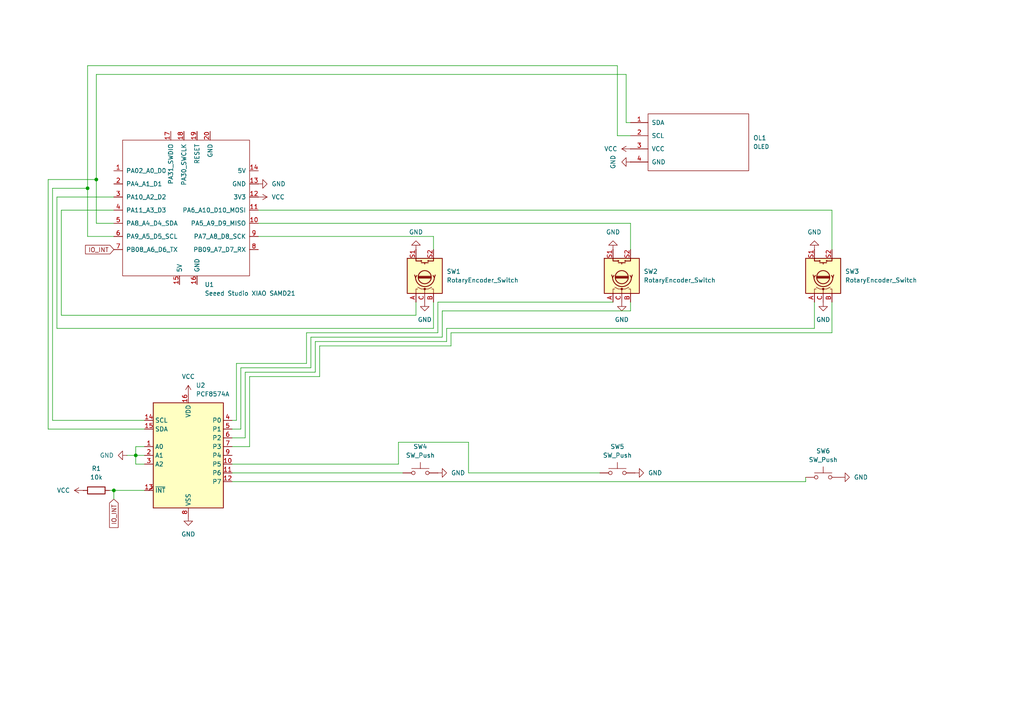
<source format=kicad_sch>
(kicad_sch (version 20231120) (generator "eeschema") (generator_version "8.0")
  (paper "A4")
  (lib_symbols
    (symbol "Device:R" (pin_numbers hide) (pin_names (offset 0))
      (property "Reference" "R" (at 2.032 0 90))
      (property "Value" "R" (at 0 0 90))
      (symbol "R_0_1"
        (rectangle (start -1.016 -2.54) (end 1.016 2.54) (stroke (width 0.254)))
      )
      (symbol "R_1_1"
        (pin passive line (at 0 3.81 270) (length 1.27) (name "~") (number "1"))
        (pin passive line (at 0 -3.81 90) (length 1.27) (name "~") (number "2"))
      )
    )
    (symbol "Device:RotaryEncoder_Switch" (pin_names (offset 0.254) hide)
      (property "Reference" "SW" (at 0 6.604 0))
      (property "Value" "RotaryEncoder_Switch" (at 0 -6.604 0))
      (symbol "RotaryEncoder_Switch_0_1"
        (rectangle (start -5.08 5.08) (end 5.08 -5.08) (stroke (width 0.254)) (fill (type background)))
        (circle (center -3.81 0) (radius 0.254) (fill (type outline)))
        (circle (center -0.381 0) (radius 1.905) (stroke (width 0.254)))
        (arc (start -0.381 2.667) (mid -3.0988 -0.0635) (end -0.381 -2.794) (stroke (width 0.254)))
        (polyline (pts (xy -0.635 -1.778) (xy -0.635 1.778)) (stroke (width 0.254)))
        (polyline (pts (xy -0.381 -1.778) (xy -0.381 1.778)) (stroke (width 0.254)))
        (polyline (pts (xy -0.127 1.778) (xy -0.127 -1.778)) (stroke (width 0.254)))
        (polyline (pts (xy 3.81 0) (xy 3.429 0)) (stroke (width 0.254)))
        (polyline (pts (xy 3.81 1.016) (xy 3.81 -1.016)) (stroke (width 0.254)))
        (polyline (pts (xy -5.08 -2.54) (xy -3.81 -2.54) (xy -3.81 -2.032)))
        (polyline (pts (xy -5.08 2.54) (xy -3.81 2.54) (xy -3.81 2.032)))
        (polyline (pts (xy 0.254 -3.048) (xy -0.508 -2.794) (xy 0.127 -2.413)) (stroke (width 0.254)))
        (polyline (pts (xy 0.254 2.921) (xy -0.508 2.667) (xy 0.127 2.286)) (stroke (width 0.254)))
        (polyline (pts (xy 5.08 -2.54) (xy 4.318 -2.54) (xy 4.318 -1.016)) (stroke (width 0.254)))
        (polyline (pts (xy 5.08 2.54) (xy 4.318 2.54) (xy 4.318 1.016)) (stroke (width 0.254)))
        (polyline (pts (xy -5.08 0) (xy -3.81 0) (xy -3.81 -1.016) (xy -3.302 -2.032)))
        (polyline (pts (xy -4.318 0) (xy -3.81 0) (xy -3.81 1.016) (xy -3.302 2.032)))
        (circle (center 4.318 -1.016) (radius 0.127) (stroke (width 0.254)))
        (circle (center 4.318 1.016) (radius 0.127) (stroke (width 0.254)))
      )
      (symbol "RotaryEncoder_Switch_1_1"
        (pin passive line (at -7.62 2.54 0) (length 2.54) (name "A") (number "A"))
        (pin passive line (at -7.62 -2.54 0) (length 2.54) (name "B") (number "B"))
        (pin passive line (at -7.62 0 0) (length 2.54) (name "C") (number "C"))
        (pin passive line (at 7.62 2.54 180) (length 2.54) (name "S1") (number "S1"))
        (pin passive line (at 7.62 -2.54 180) (length 2.54) (name "S2") (number "S2"))
      )
    )
    (symbol "Interface_Expansion:PCF8574A"
      (property "Reference" "U" (at -8.89 16.51 0))
      (property "Value" "PCF8574A" (at 2.54 16.51 0))
      (symbol "PCF8574A_0_1"
        (rectangle (start -10.16 15.24) (end 10.16 -15.24) (stroke (width 0.254)) (fill (type background)))
      )
      (symbol "PCF8574A_1_1"
        (pin input line (at -12.7 2.54 0) (length 2.54) (name "A0") (number "1"))
        (pin bidirectional line (at 12.7 -2.54 180) (length 2.54) (name "P5") (number "10"))
        (pin bidirectional line (at 12.7 -5.08 180) (length 2.54) (name "P6") (number "11"))
        (pin bidirectional line (at 12.7 -7.62 180) (length 2.54) (name "P7") (number "12"))
        (pin open_collector output_low (at -12.7 -10.16 0) (length 2.54) (name "~{INT}") (number "13"))
        (pin input line (at -12.7 10.16 0) (length 2.54) (name "SCL") (number "14"))
        (pin bidirectional line (at -12.7 7.62 0) (length 2.54) (name "SDA") (number "15"))
        (pin power_in line (at 0 17.78 270) (length 2.54) (name "VDD") (number "16"))
        (pin input line (at -12.7 0 0) (length 2.54) (name "A1") (number "2"))
        (pin input line (at -12.7 -2.54 0) (length 2.54) (name "A2") (number "3"))
        (pin bidirectional line (at 12.7 10.16 180) (length 2.54) (name "P0") (number "4"))
        (pin bidirectional line (at 12.7 7.62 180) (length 2.54) (name "P1") (number "5"))
        (pin bidirectional line (at 12.7 5.08 180) (length 2.54) (name "P2") (number "6"))
        (pin bidirectional line (at 12.7 2.54 180) (length 2.54) (name "P3") (number "7"))
        (pin power_in line (at 0 -17.78 90) (length 2.54) (name "VSS") (number "8"))
        (pin bidirectional line (at 12.7 0 180) (length 2.54) (name "P4") (number "9"))
      )
    )
    (symbol "Seeed_Studio_XIAO_Series:Seeed Studio XIAO SAMD21" (pin_names (offset 1.016))
      (property "Reference" "U" (at -19.05 22.86 0))
      (property "Value" "Seeed Studio XIAO SAMD21" (at -12.7 21.59 0))
      (symbol "Seeed Studio XIAO SAMD21_0_1"
        (rectangle (start -19.05 20.32) (end 17.78 -19.05))
      )
      (symbol "Seeed Studio XIAO SAMD21_1_1"
        (pin unspecified line (at -21.59 11.43 0) (length 2.54) (name "PA02_A0_D0") (number "1"))
        (pin unspecified line (at 20.32 -3.81 180) (length 2.54) (name "PA5_A9_D9_MISO") (number "10"))
        (pin unspecified line (at 20.32 0 180) (length 2.54) (name "PA6_A10_D10_MOSI") (number "11"))
        (pin unspecified line (at 20.32 3.81 180) (length 2.54) (name "3V3") (number "12"))
        (pin unspecified line (at 20.32 7.62 180) (length 2.54) (name "GND") (number "13"))
        (pin unspecified line (at 20.32 11.43 180) (length 2.54) (name "5V") (number "14"))
        (pin input line (at -2.54 -21.59 90) (length 2.54) (name "5V") (number "15"))
        (pin input line (at 2.54 -21.59 90) (length 2.54) (name "GND") (number "16"))
        (pin input line (at -5.08 22.86 270) (length 2.54) (name "PA31_SWDIO") (number "17"))
        (pin input line (at -1.27 22.86 270) (length 2.54) (name "PA30_SWCLK") (number "18"))
        (pin input line (at 2.54 22.86 270) (length 2.54) (name "RESET") (number "19"))
        (pin unspecified line (at -21.59 7.62 0) (length 2.54) (name "PA4_A1_D1") (number "2"))
        (pin input line (at 6.35 22.86 270) (length 2.54) (name "GND") (number "20"))
        (pin unspecified line (at -21.59 3.81 0) (length 2.54) (name "PA10_A2_D2") (number "3"))
        (pin unspecified line (at -21.59 0 0) (length 2.54) (name "PA11_A3_D3") (number "4"))
        (pin unspecified line (at -21.59 -3.81 0) (length 2.54) (name "PA8_A4_D4_SDA") (number "5"))
        (pin unspecified line (at -21.59 -7.62 0) (length 2.54) (name "PA9_A5_D5_SCL") (number "6"))
        (pin unspecified line (at -21.59 -11.43 0) (length 2.54) (name "PB08_A6_D6_TX") (number "7"))
        (pin unspecified line (at 20.32 -11.43 180) (length 2.54) (name "PB09_A7_D7_RX") (number "8"))
        (pin unspecified line (at 20.32 -7.62 180) (length 2.54) (name "PA7_A8_D8_SCK") (number "9"))
      )
    )
    (symbol "Switch:SW_Push" (pin_numbers hide) (pin_names (offset 1.016) hide)
      (property "Reference" "SW" (at 1.27 2.54 0))
      (property "Value" "SW_Push" (at 0 -1.524 0))
      (symbol "SW_Push_0_1"
        (circle (center -2.032 0) (radius 0.508))
        (polyline (pts (xy 0 1.27) (xy 0 3.048)))
        (polyline (pts (xy 2.54 1.27) (xy -2.54 1.27)))
        (circle (center 2.032 0) (radius 0.508))
        (pin passive line (at -5.08 0 0) (length 2.54) (name "1") (number "1"))
        (pin passive line (at 5.08 0 180) (length 2.54) (name "2") (number "2"))
      )
    )
    (symbol "kbd:OLED" (pin_names (offset 1.016))
      (property "Reference" "OL" (at 0 2.54 0))
      (property "Value" "OLED" (at 0 -1.27 0))
      (symbol "OLED_0_1"
        (rectangle (start -13.97 8.89) (end 15.24 -7.62))
      )
      (symbol "OLED_1_1"
        (pin bidirectional line (at -19.05 6.35 0) (length 5.08) (name "SDA") (number "1"))
        (pin bidirectional line (at -19.05 2.54 0) (length 5.08) (name "SCL") (number "2"))
        (pin power_in line (at -19.05 -1.27 0) (length 5.08) (name "VCC") (number "3"))
        (pin power_in line (at -19.05 -5.08 0) (length 5.08) (name "GND") (number "4"))
      )
    )
    (symbol "power:GND" (power) (pin_numbers hide) (pin_names (offset 0) hide)
      (property "Value" "GND" (at 0 -3.81 0))
      (symbol "GND_0_1"
        (polyline (pts (xy 0 0) (xy 0 -1.27) (xy 1.27 -1.27) (xy 0 -2.54) (xy -1.27 -1.27) (xy 0 -1.27)))
      )
      (symbol "GND_1_1"
        (pin power_in line (at 0 0 270) (length 0) (name "~") (number "1"))
      )
    )
    (symbol "power:VCC" (power) (pin_numbers hide) (pin_names (offset 0) hide)
      (property "Value" "VCC" (at 0 3.556 0))
      (symbol "VCC_0_1"
        (polyline (pts (xy -0.762 1.27) (xy 0 2.54)))
        (polyline (pts (xy 0 0) (xy 0 2.54)))
        (polyline (pts (xy 0 2.54) (xy 0.762 1.27)))
      )
      (symbol "VCC_1_1"
        (pin power_in line (at 0 0 90) (length 0) (name "~") (number "1"))
      )
    )
  )
  (junction (at 33.02 142.24))
  (junction (at 39.37 132.08))
  (junction (at 25.4 54.61))
  (junction (at 27.94 52.07))
  (wire (pts (xy 241.3 96.52) (xy 241.3 87.63)))
  (wire (pts (xy 115.57 128.27) (xy 115.57 134.62)))
  (wire (pts (xy 130.81 96.52) (xy 241.3 96.52)))
  (wire (pts (xy 241.3 60.96) (xy 241.3 72.39)))
  (wire (pts (xy 16.51 95.25) (xy 16.51 57.15)))
  (wire (pts (xy 68.58 121.92) (xy 67.31 121.92)))
  (wire (pts (xy 39.37 132.08) (xy 41.91 132.08)))
  (wire (pts (xy 33.02 142.24) (xy 33.02 144.78)))
  (wire (pts (xy 69.85 124.46) (xy 69.85 106.68)))
  (wire (pts (xy 71.12 107.95) (xy 91.44 107.95)))
  (wire (pts (xy 236.22 95.25) (xy 236.22 87.63)))
  (wire (pts (xy 181.61 35.56) (xy 182.88 35.56)))
  (wire (pts (xy 115.57 134.62) (xy 67.31 134.62)))
  (wire (pts (xy 71.12 127) (xy 71.12 107.95)))
  (wire (pts (xy 179.07 19.05) (xy 25.4 19.05)))
  (wire (pts (xy 233.68 138.43) (xy 233.68 139.7)))
  (wire (pts (xy 67.31 129.54) (xy 72.39 129.54)))
  (wire (pts (xy 72.39 109.22) (xy 92.71 109.22)))
  (wire (pts (xy 13.97 52.07) (xy 27.94 52.07)))
  (wire (pts (xy 67.31 127) (xy 71.12 127)))
  (wire (pts (xy 16.51 57.15) (xy 33.02 57.15)))
  (wire (pts (xy 41.91 134.62) (xy 39.37 134.62)))
  (wire (pts (xy 92.71 100.33) (xy 130.81 100.33)))
  (wire (pts (xy 17.78 60.96) (xy 33.02 60.96)))
  (wire (pts (xy 74.93 64.77) (xy 182.88 64.77)))
  (wire (pts (xy 182.88 64.77) (xy 182.88 72.39)))
  (wire (pts (xy 128.27 90.17) (xy 182.88 90.17)))
  (wire (pts (xy 125.73 95.25) (xy 16.51 95.25)))
  (wire (pts (xy 173.99 137.16) (xy 135.89 137.16)))
  (wire (pts (xy 33.02 142.24) (xy 41.91 142.24)))
  (wire (pts (xy 179.07 39.37) (xy 182.88 39.37)))
  (wire (pts (xy 125.73 68.58) (xy 125.73 72.39)))
  (wire (pts (xy 27.94 64.77) (xy 27.94 52.07)))
  (wire (pts (xy 25.4 54.61) (xy 25.4 68.58)))
  (wire (pts (xy 13.97 124.46) (xy 13.97 52.07)))
  (wire (pts (xy 130.81 100.33) (xy 130.81 96.52)))
  (wire (pts (xy 67.31 137.16) (xy 116.84 137.16)))
  (wire (pts (xy 127 96.52) (xy 88.9 96.52)))
  (wire (pts (xy 129.54 95.25) (xy 236.22 95.25)))
  (wire (pts (xy 15.24 54.61) (xy 25.4 54.61)))
  (wire (pts (xy 74.93 60.96) (xy 241.3 60.96)))
  (wire (pts (xy 91.44 99.06) (xy 129.54 99.06)))
  (wire (pts (xy 27.94 52.07) (xy 27.94 21.59)))
  (wire (pts (xy 31.75 142.24) (xy 33.02 142.24)))
  (wire (pts (xy 135.89 128.27) (xy 115.57 128.27)))
  (wire (pts (xy 74.93 68.58) (xy 125.73 68.58)))
  (wire (pts (xy 233.68 139.7) (xy 67.31 139.7)))
  (wire (pts (xy 181.61 21.59) (xy 181.61 35.56)))
  (wire (pts (xy 39.37 132.08) (xy 39.37 134.62)))
  (wire (pts (xy 15.24 121.92) (xy 15.24 54.61)))
  (wire (pts (xy 25.4 19.05) (xy 25.4 54.61)))
  (wire (pts (xy 88.9 96.52) (xy 88.9 105.41)))
  (wire (pts (xy 41.91 121.92) (xy 15.24 121.92)))
  (wire (pts (xy 120.65 87.63) (xy 120.65 91.44)))
  (wire (pts (xy 129.54 99.06) (xy 129.54 95.25)))
  (wire (pts (xy 36.83 132.08) (xy 39.37 132.08)))
  (wire (pts (xy 125.73 87.63) (xy 125.73 95.25)))
  (wire (pts (xy 90.17 97.79) (xy 128.27 97.79)))
  (wire (pts (xy 41.91 124.46) (xy 13.97 124.46)))
  (wire (pts (xy 17.78 91.44) (xy 17.78 60.96)))
  (wire (pts (xy 72.39 129.54) (xy 72.39 109.22)))
  (wire (pts (xy 179.07 19.05) (xy 179.07 39.37)))
  (wire (pts (xy 25.4 68.58) (xy 33.02 68.58)))
  (wire (pts (xy 41.91 129.54) (xy 39.37 129.54)))
  (wire (pts (xy 128.27 97.79) (xy 128.27 90.17)))
  (wire (pts (xy 92.71 109.22) (xy 92.71 100.33)))
  (wire (pts (xy 88.9 105.41) (xy 68.58 105.41)))
  (wire (pts (xy 182.88 90.17) (xy 182.88 87.63)))
  (wire (pts (xy 39.37 129.54) (xy 39.37 132.08)))
  (wire (pts (xy 91.44 107.95) (xy 91.44 99.06)))
  (wire (pts (xy 127 87.63) (xy 127 96.52)))
  (wire (pts (xy 177.8 87.63) (xy 127 87.63)))
  (wire (pts (xy 27.94 21.59) (xy 181.61 21.59)))
  (wire (pts (xy 90.17 106.68) (xy 90.17 97.79)))
  (wire (pts (xy 68.58 105.41) (xy 68.58 121.92)))
  (wire (pts (xy 69.85 106.68) (xy 90.17 106.68)))
  (wire (pts (xy 120.65 91.44) (xy 17.78 91.44)))
  (wire (pts (xy 33.02 64.77) (xy 27.94 64.77)))
  (wire (pts (xy 135.89 137.16) (xy 135.89 128.27)))
  (wire (pts (xy 67.31 124.46) (xy 69.85 124.46)))
  (global_label "IO_INT" (shape input) (at 33.02 72.39 180) (property "Intersheetrefs" "${INTERSHEET_REFS}" (effects (hide yes))))
  (global_label "IO_INT" (shape input) (at 33.02 144.78 270) (property "Intersheetrefs" "${INTERSHEET_REFS}" (effects (hide yes))))
  (symbol (lib_id "Device:RotaryEncoder_Switch") (at 123.19 80.01 90) (unit 1)
    (property "Reference" "SW1" (at 129.54 78.7399 90) (effects (justify right)))
    (property "Value" "RotaryEncoder_Switch" (at 129.54 81.2799 90) (effects (justify right)))
    (property "Footprint" "Rotary_Encoder:RotaryEncoder_Alps_EC11E-Switch_Vertical_H20mm" (effects (hide yes)))
    (property "Description" "Rotary encoder, dual channel, incremental quadrate outputs, with switch" (effects (hide yes)))
  )
  (symbol (lib_id "power:VCC") (at 182.88 43.18 90) (unit 1)
    (property "Reference" "#PWR09" (effects (hide yes)))
    (property "Value" "VCC" (at 179.07 43.1799 90) (effects (justify left)))
    (property "Description" "Power symbol creates a global label with name \"VCC\"" (effects (hide yes)))
  )
  (symbol (lib_id "power:GND") (at 184.15 137.16 90) (unit 1)
    (property "Reference" "#PWR03" (effects (hide yes)))
    (property "Value" "GND" (at 187.96 137.1599 90) (effects (justify right)))
    (property "Description" "Power symbol creates a global label with name \"GND\" , ground" (effects (hide yes)))
  )
  (symbol (lib_id "power:GND") (at 74.93 53.34 90) (unit 1)
    (property "Reference" "#PWR014" (effects (hide yes)))
    (property "Value" "GND" (at 78.74 53.3399 90) (effects (justify right)))
    (property "Description" "Power symbol creates a global label with name \"GND\" , ground" (effects (hide yes)))
  )
  (symbol (lib_id "power:GND") (at 123.19 87.63 0) (unit 1)
    (property "Reference" "#PWR07" (effects (hide yes)))
    (property "Value" "GND" (at 123.19 92.71 0))
    (property "Description" "Power symbol creates a global label with name \"GND\" , ground" (effects (hide yes)))
  )
  (symbol (lib_id "Switch:SW_Push") (at 179.07 137.16 0) (unit 1)
    (property "Reference" "SW5" (at 179.07 129.54 0))
    (property "Value" "SW_Push" (at 179.07 132.08 0))
    (property "Footprint" "Button_Switch_Keyboard:SW_Cherry_MX_1.00u_PCB" (effects (hide yes)))
    (property "Description" "Push button switch, generic, two pins" (effects (hide yes)))
  )
  (symbol (lib_id "Device:R") (at 27.94 142.24 90) (unit 1)
    (property "Reference" "R1" (at 27.94 135.89 90))
    (property "Value" "10k" (at 27.94 138.43 90))
    (property "Footprint" "Resistor_THT:R_Axial_DIN0207_L6.3mm_D2.5mm_P10.16mm_Horizontal" (effects (hide yes)))
    (property "Description" "Resistor" (effects (hide yes)))
  )
  (symbol (lib_id "power:GND") (at 180.34 87.63 0) (unit 1)
    (property "Reference" "#PWR06" (effects (hide yes)))
    (property "Value" "GND" (at 180.34 92.71 0))
    (property "Description" "Power symbol creates a global label with name \"GND\" , ground" (effects (hide yes)))
  )
  (symbol (lib_id "power:VCC") (at 24.13 142.24 90) (unit 1)
    (property "Reference" "#PWR018" (effects (hide yes)))
    (property "Value" "VCC" (at 20.32 142.2399 90) (effects (justify left)))
    (property "Description" "Power symbol creates a global label with name \"VCC\"" (effects (hide yes)))
  )
  (symbol (lib_id "Device:RotaryEncoder_Switch") (at 238.76 80.01 90) (unit 1)
    (property "Reference" "SW3" (at 245.11 78.7399 90) (effects (justify right)))
    (property "Value" "RotaryEncoder_Switch" (at 245.11 81.2799 90) (effects (justify right)))
    (property "Footprint" "Rotary_Encoder:RotaryEncoder_Alps_EC11E-Switch_Vertical_H20mm" (effects (hide yes)))
    (property "Description" "Rotary encoder, dual channel, incremental quadrate outputs, with switch" (effects (hide yes)))
  )
  (symbol (lib_id "power:GND") (at 236.22 72.39 180) (unit 1)
    (property "Reference" "#PWR013" (effects (hide yes)))
    (property "Value" "GND" (at 236.22 67.31 0))
    (property "Description" "Power symbol creates a global label with name \"GND\" , ground" (effects (hide yes)))
  )
  (symbol (lib_id "power:GND") (at 177.8 72.39 180) (unit 1)
    (property "Reference" "#PWR012" (effects (hide yes)))
    (property "Value" "GND" (at 177.8 67.31 0))
    (property "Description" "Power symbol creates a global label with name \"GND\" , ground" (effects (hide yes)))
  )
  (symbol (lib_id "power:VCC") (at 54.61 114.3 0) (unit 1)
    (property "Reference" "#PWR015" (effects (hide yes)))
    (property "Value" "VCC" (at 54.61 109.22 0))
    (property "Description" "Power symbol creates a global label with name \"VCC\"" (effects (hide yes)))
  )
  (symbol (lib_id "power:GND") (at 243.84 138.43 90) (unit 1)
    (property "Reference" "#PWR04" (effects (hide yes)))
    (property "Value" "GND" (at 247.65 138.4299 90) (effects (justify right)))
    (property "Description" "Power symbol creates a global label with name \"GND\" , ground" (effects (hide yes)))
  )
  (symbol (lib_id "Seeed_Studio_XIAO_Series:Seeed Studio XIAO SAMD21") (at 54.61 60.96 0) (unit 1)
    (property "Reference" "U1" (at 59.3441 82.55 0) (effects (justify left)))
    (property "Value" "Seeed Studio XIAO SAMD21" (at 59.3441 85.09 0) (effects (justify left)))
    (property "Footprint" "Seeed Studio XIAO Series Library:XIAO-Generic-Thruhole-14P-2.54-21X17.8MM" (effects (hide yes)))
  )
  (symbol (lib_id "kbd:OLED") (at 201.93 41.91 0) (unit 1)
    (property "Reference" "OL1" (at 218.44 40.005 0) (effects (font (size 1.2954 1.2954)) (justify left)))
    (property "Value" "OLED" (at 218.44 42.545 0) (effects (font (size 1.1938 1.1938)) (justify left)))
    (property "Footprint" "KiCad-SSD1306-0.91-OLED-4pin-128x32.pretty-master:SSD1306-0.91-OLED-4pin-128x32" (effects (hide yes)))
  )
  (symbol (lib_id "power:GND") (at 238.76 87.63 0) (unit 1)
    (property "Reference" "#PWR05" (effects (hide yes)))
    (property "Value" "GND" (at 238.76 92.71 0))
    (property "Description" "Power symbol creates a global label with name \"GND\" , ground" (effects (hide yes)))
  )
  (symbol (lib_id "power:GND") (at 120.65 72.39 180) (unit 1)
    (property "Reference" "#PWR011" (effects (hide yes)))
    (property "Value" "GND" (at 120.65 67.31 0))
    (property "Description" "Power symbol creates a global label with name \"GND\" , ground" (effects (hide yes)))
  )
  (symbol (lib_id "power:GND") (at 127 137.16 90) (unit 1)
    (property "Reference" "#PWR02" (effects (hide yes)))
    (property "Value" "GND" (at 130.81 137.1599 90) (effects (justify right)))
    (property "Description" "Power symbol creates a global label with name \"GND\" , ground" (effects (hide yes)))
  )
  (symbol (lib_id "Device:RotaryEncoder_Switch") (at 180.34 80.01 90) (unit 1)
    (property "Reference" "SW2" (at 186.69 78.7399 90) (effects (justify right)))
    (property "Value" "RotaryEncoder_Switch" (at 186.69 81.2799 90) (effects (justify right)))
    (property "Footprint" "Rotary_Encoder:RotaryEncoder_Alps_EC11E-Switch_Vertical_H20mm" (effects (hide yes)))
    (property "Description" "Rotary encoder, dual channel, incremental quadrate outputs, with switch" (effects (hide yes)))
  )
  (symbol (lib_id "Interface_Expansion:PCF8574A") (at 54.61 132.08 0) (unit 1)
    (property "Reference" "U2" (at 56.8041 111.76 0) (effects (justify left)))
    (property "Value" "PCF8574A" (at 56.8041 114.3 0) (effects (justify left)))
    (property "Footprint" "Package_DIP:DIP-16_W7.62mm" (effects (hide yes)))
    (property "Datasheet" "http://www.nxp.com/docs/en/data-sheet/PCF8574_PCF8574A.pdf" (effects (hide yes)))
    (property "Description" "8 Bit Port/Expander to I2C Bus, DIP/SOIC-16" (effects (hide yes)))
  )
  (symbol (lib_id "power:GND") (at 54.61 149.86 0) (unit 1)
    (property "Reference" "#PWR016" (effects (hide yes)))
    (property "Value" "GND" (at 54.61 154.94 0))
    (property "Description" "Power symbol creates a global label with name \"GND\" , ground" (effects (hide yes)))
  )
  (symbol (lib_id "Switch:SW_Push") (at 121.92 137.16 0) (unit 1)
    (property "Reference" "SW4" (at 121.92 129.54 0))
    (property "Value" "SW_Push" (at 121.92 132.08 0))
    (property "Footprint" "Button_Switch_Keyboard:SW_Cherry_MX_1.00u_PCB" (effects (hide yes)))
    (property "Description" "Push button switch, generic, two pins" (effects (hide yes)))
  )
  (symbol (lib_id "power:GND") (at 36.83 132.08 270) (unit 1)
    (property "Reference" "#PWR017" (effects (hide yes)))
    (property "Value" "GND" (at 33.02 132.0799 90) (effects (justify right)))
    (property "Description" "Power symbol creates a global label with name \"GND\" , ground" (effects (hide yes)))
  )
  (symbol (lib_id "Switch:SW_Push") (at 238.76 138.43 0) (unit 1)
    (property "Reference" "SW6" (at 238.76 130.81 0))
    (property "Value" "SW_Push" (at 238.76 133.35 0))
    (property "Footprint" "Button_Switch_Keyboard:SW_Cherry_MX_1.00u_PCB" (effects (hide yes)))
    (property "Description" "Push button switch, generic, two pins" (effects (hide yes)))
  )
  (symbol (lib_id "power:GND") (at 182.88 46.99 270) (unit 1)
    (property "Reference" "#PWR08" (effects (hide yes)))
    (property "Value" "GND" (at 177.8 46.99 0))
    (property "Description" "Power symbol creates a global label with name \"GND\" , ground" (effects (hide yes)))
  )
  (symbol (lib_id "power:VCC") (at 74.93 57.15 270) (unit 1)
    (property "Reference" "#PWR010" (effects (hide yes)))
    (property "Value" "VCC" (at 78.74 57.1499 90) (effects (justify left)))
    (property "Description" "Power symbol creates a global label with name \"VCC\"" (effects (hide yes)))
  )
)
</source>
